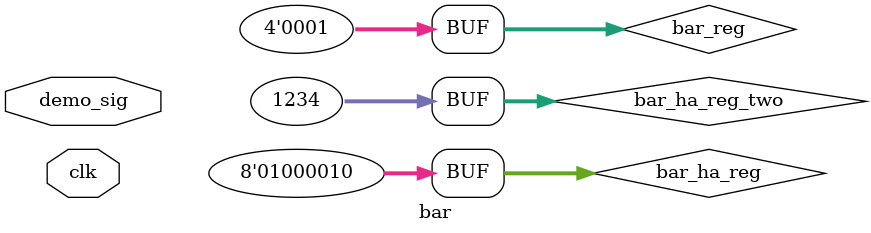
<source format=v>
`timescale 1ns/1ps

module bar #(
  parameter AW = 24,
  parameter DW = 32
) (
  input clk,
  input demo_sig
);

reg [3:0] bar_reg=1;                            // Non-host-accessible register

(* ghostbus_ha *) reg [7:0] bar_ha_reg=8'h42;      // Host-accessible register (will be auto-decoded)
(* ghostbus_ha *) reg [31:0] bar_ha_reg_two=1234;  // Another host-accessible register

(* ghostbus_ha, ghostbus_addr='h100 *)
reg [7:0] bar_ram [0:63];                       // Host-accessible RAM with pre-defined relative address (0x100)

`ifdef GHOSTBUS_LIVE
`GHOSTBUS_MAGIC
`endif

bif #(
  .AW(12),
  .DW(8)
) bif_0 (
  .clk(clk)
);

bif #(
  .AW(1),
  .DW(4)
) bif_1 (
  .clk(clk)
);

endmodule

</source>
